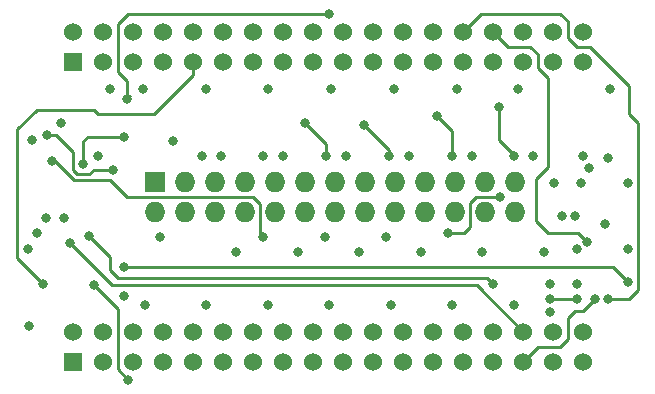
<source format=gbr>
G04 #@! TF.FileFunction,Copper,L4,Bot,Signal*
%FSLAX46Y46*%
G04 Gerber Fmt 4.6, Leading zero omitted, Abs format (unit mm)*
G04 Created by KiCad (PCBNEW 4.0.2+dfsg1-stable) date Thu 26 Jul 2018 23:23:47 BST*
%MOMM*%
G01*
G04 APERTURE LIST*
%ADD10C,0.100000*%
%ADD11C,1.524000*%
%ADD12R,1.524000X1.524000*%
%ADD13R,1.727200X1.727200*%
%ADD14O,1.727200X1.727200*%
%ADD15C,0.800000*%
%ADD16C,0.254000*%
G04 APERTURE END LIST*
D10*
D11*
X170091100Y-116433600D03*
X170091100Y-118973600D03*
X167551100Y-116433600D03*
X167551100Y-118973600D03*
X165011100Y-116433600D03*
X165011100Y-118973600D03*
X162471100Y-116433600D03*
X162471100Y-118973600D03*
X159931100Y-116433600D03*
X159931100Y-118973600D03*
X157391100Y-116433600D03*
X157391100Y-118973600D03*
X154851100Y-116433600D03*
X154851100Y-118973600D03*
X152311100Y-116433600D03*
X152311100Y-118973600D03*
X149771100Y-116433600D03*
X149771100Y-118973600D03*
X147231100Y-116433600D03*
X147231100Y-118973600D03*
X144691100Y-116433600D03*
X144691100Y-118973600D03*
X142151100Y-116433600D03*
X142151100Y-118973600D03*
X139611100Y-116433600D03*
X139611100Y-118973600D03*
X137071100Y-116433600D03*
X137071100Y-118973600D03*
X134531100Y-116433600D03*
X134531100Y-118973600D03*
X131991100Y-116433600D03*
X131991100Y-118973600D03*
X129451100Y-116433600D03*
X129451100Y-118973600D03*
X126911100Y-116433600D03*
D12*
X126911100Y-118973600D03*
D11*
X170091100Y-91033600D03*
X170091100Y-93573600D03*
X167551100Y-91033600D03*
X167551100Y-93573600D03*
X165011100Y-91033600D03*
X165011100Y-93573600D03*
X162471100Y-91033600D03*
X162471100Y-93573600D03*
X159931100Y-91033600D03*
X159931100Y-93573600D03*
X157391100Y-91033600D03*
X157391100Y-93573600D03*
X154851100Y-91033600D03*
X154851100Y-93573600D03*
X152311100Y-91033600D03*
X152311100Y-93573600D03*
X149771100Y-91033600D03*
X149771100Y-93573600D03*
X147231100Y-91033600D03*
X147231100Y-93573600D03*
X144691100Y-91033600D03*
X144691100Y-93573600D03*
X142151100Y-91033600D03*
X142151100Y-93573600D03*
X139611100Y-91033600D03*
X139611100Y-93573600D03*
X137071100Y-91033600D03*
X137071100Y-93573600D03*
X134531100Y-91033600D03*
X134531100Y-93573600D03*
X131991100Y-91033600D03*
X131991100Y-93573600D03*
X129451100Y-91033600D03*
X129451100Y-93573600D03*
X126911100Y-91033600D03*
D12*
X126911100Y-93573600D03*
D13*
X133858000Y-103759000D03*
D14*
X133858000Y-106299000D03*
X136398000Y-103759000D03*
X136398000Y-106299000D03*
X138938000Y-103759000D03*
X138938000Y-106299000D03*
X141478000Y-103759000D03*
X141478000Y-106299000D03*
X144018000Y-103759000D03*
X144018000Y-106299000D03*
X146558000Y-103759000D03*
X146558000Y-106299000D03*
X149098000Y-103759000D03*
X149098000Y-106299000D03*
X151638000Y-103759000D03*
X151638000Y-106299000D03*
X154178000Y-103759000D03*
X154178000Y-106299000D03*
X156718000Y-103759000D03*
X156718000Y-106299000D03*
X159258000Y-103759000D03*
X159258000Y-106299000D03*
X161798000Y-103759000D03*
X161798000Y-106299000D03*
X164338000Y-103759000D03*
X164338000Y-106299000D03*
D15*
X167259000Y-114808000D03*
X131191000Y-113411000D03*
X129032000Y-101600000D03*
X166751000Y-109728000D03*
X173863000Y-103886000D03*
X170053000Y-101600000D03*
X145923000Y-109728000D03*
X140716000Y-109728000D03*
X160655000Y-101600000D03*
X151130000Y-109728000D03*
X156337000Y-109728000D03*
X161544000Y-109728000D03*
X135382000Y-100330000D03*
X123444000Y-100203000D03*
X165862000Y-101600000D03*
X155321000Y-101600000D03*
X149987000Y-101600000D03*
X144653000Y-101600000D03*
X139446000Y-101600000D03*
X123190000Y-115951000D03*
X134239000Y-108458000D03*
X167259000Y-112395000D03*
X124587000Y-106807000D03*
X168275000Y-106680000D03*
X170561000Y-102616000D03*
X172339000Y-95885000D03*
X130048000Y-95885000D03*
X164592000Y-95885000D03*
X159385000Y-95885000D03*
X154051000Y-95885000D03*
X148717000Y-95885000D03*
X143383000Y-95885000D03*
X138176000Y-95885000D03*
X132842000Y-95885000D03*
X132969000Y-114173000D03*
X138176000Y-114173000D03*
X143383000Y-114173000D03*
X148590000Y-114173000D03*
X153797000Y-114173000D03*
X159004000Y-114173000D03*
X164211000Y-114173000D03*
X124333000Y-112395000D03*
X173863000Y-112268000D03*
X131191000Y-110998000D03*
X172212000Y-113665000D03*
X170434000Y-108839000D03*
X169545000Y-109474000D03*
X173863000Y-109474000D03*
X148590000Y-89535000D03*
X131445000Y-96774000D03*
X123063000Y-109474000D03*
X169545000Y-113665000D03*
X167259000Y-113665000D03*
X128651000Y-112522000D03*
X131572000Y-120523000D03*
X169545000Y-112395000D03*
X126619000Y-108966000D03*
X171069000Y-113665000D03*
X162433000Y-112395000D03*
X128270000Y-108331000D03*
X127762000Y-102235000D03*
X131191000Y-99949000D03*
X137795000Y-101600000D03*
X125857000Y-98806000D03*
X167640000Y-103886000D03*
X143002000Y-101600000D03*
X169418000Y-106680000D03*
X148336000Y-101600000D03*
X146558000Y-98806000D03*
X153670000Y-101600000D03*
X169926000Y-103886000D03*
X151511000Y-98933000D03*
X159004000Y-101600000D03*
X171958000Y-107315000D03*
X157734000Y-98171000D03*
X172212000Y-101727000D03*
X162941000Y-97409000D03*
X164211000Y-101600000D03*
X163068000Y-105029000D03*
X158623000Y-108077000D03*
X153416000Y-108458000D03*
X123825000Y-108077000D03*
X148209000Y-108458000D03*
X126111000Y-106807000D03*
X125095000Y-101981000D03*
X143002000Y-108458000D03*
X124714000Y-99822000D03*
X130302000Y-102743000D03*
D16*
X137071100Y-93573600D02*
X137071100Y-94703900D01*
X122174000Y-110236000D02*
X124333000Y-112395000D01*
X122174000Y-99314000D02*
X122174000Y-110236000D01*
X123825000Y-97663000D02*
X122174000Y-99314000D01*
X128651000Y-97663000D02*
X123825000Y-97663000D01*
X129032000Y-98044000D02*
X128651000Y-97663000D01*
X133731000Y-98044000D02*
X129032000Y-98044000D01*
X137071100Y-94703900D02*
X133731000Y-98044000D01*
X147231100Y-91033600D02*
X147231100Y-90589100D01*
X173863000Y-112268000D02*
X172593000Y-110998000D01*
X172593000Y-110998000D02*
X131191000Y-110998000D01*
X168148000Y-89535000D02*
X161417000Y-89535000D01*
X161417000Y-89535000D02*
X159931100Y-91033600D01*
X168783000Y-90170000D02*
X168148000Y-89535000D01*
X173990000Y-95631000D02*
X170688000Y-92329000D01*
X170688000Y-92329000D02*
X169545000Y-92329000D01*
X169545000Y-92329000D02*
X168783000Y-91567000D01*
X168783000Y-91567000D02*
X168783000Y-90170000D01*
X174752000Y-103378000D02*
X174752000Y-98806000D01*
X173990000Y-113665000D02*
X174752000Y-112903000D01*
X174752000Y-112903000D02*
X174752000Y-103378000D01*
X172212000Y-113665000D02*
X173990000Y-113665000D01*
X174752000Y-98806000D02*
X173990000Y-98044000D01*
X173990000Y-98044000D02*
X173990000Y-95631000D01*
X170434000Y-108839000D02*
X169672000Y-108077000D01*
X163766500Y-92329000D02*
X162471100Y-91033600D01*
X165608000Y-92329000D02*
X163766500Y-92329000D01*
X166243000Y-92964000D02*
X165608000Y-92329000D01*
X166243000Y-94107000D02*
X166243000Y-92964000D01*
X167132000Y-94996000D02*
X166243000Y-94107000D01*
X167132000Y-102489000D02*
X167132000Y-94996000D01*
X166116000Y-103505000D02*
X167132000Y-102489000D01*
X166116000Y-107061000D02*
X166116000Y-103505000D01*
X167132000Y-108077000D02*
X166116000Y-107061000D01*
X169672000Y-108077000D02*
X167132000Y-108077000D01*
X131445000Y-95250000D02*
X130683000Y-94488000D01*
X130683000Y-94488000D02*
X130683000Y-90424000D01*
X131572000Y-89535000D02*
X130683000Y-90424000D01*
X131445000Y-95250000D02*
X131445000Y-96774000D01*
X131572000Y-89535000D02*
X148590000Y-89535000D01*
X131699000Y-96520000D02*
X131445000Y-96774000D01*
X169545000Y-113665000D02*
X167259000Y-113665000D01*
X128651000Y-112522000D02*
X130683000Y-114554000D01*
X130683000Y-114554000D02*
X130683000Y-119634000D01*
X130683000Y-119634000D02*
X131572000Y-120523000D01*
X161099500Y-112522000D02*
X165011100Y-116433600D01*
X130175000Y-112522000D02*
X161099500Y-112522000D01*
X126619000Y-108966000D02*
X130175000Y-112522000D01*
X171069000Y-113665000D02*
X170053000Y-114681000D01*
X170053000Y-114681000D02*
X169418000Y-114681000D01*
X169418000Y-114681000D02*
X168783000Y-115316000D01*
X168783000Y-115316000D02*
X168783000Y-117094000D01*
X168783000Y-117094000D02*
X168148000Y-117729000D01*
X168148000Y-117729000D02*
X166255700Y-117729000D01*
X166255700Y-117729000D02*
X165011100Y-118973600D01*
X161925000Y-111887000D02*
X162433000Y-112395000D01*
X130683000Y-111887000D02*
X161925000Y-111887000D01*
X130048000Y-111252000D02*
X130683000Y-111887000D01*
X130048000Y-110109000D02*
X130048000Y-111252000D01*
X128270000Y-108331000D02*
X130048000Y-110109000D01*
X127762000Y-102235000D02*
X127762000Y-100330000D01*
X127762000Y-100330000D02*
X128143000Y-99949000D01*
X128143000Y-99949000D02*
X131191000Y-99949000D01*
X148336000Y-100584000D02*
X148336000Y-101600000D01*
X146558000Y-98806000D02*
X148336000Y-100584000D01*
X153670000Y-101092000D02*
X153670000Y-101600000D01*
X151511000Y-98933000D02*
X153670000Y-101092000D01*
X159004000Y-101600000D02*
X159004000Y-99441000D01*
X159004000Y-99441000D02*
X157734000Y-98171000D01*
X164211000Y-101473000D02*
X162941000Y-100203000D01*
X162941000Y-100203000D02*
X162941000Y-97409000D01*
X163068000Y-105029000D02*
X161036000Y-105029000D01*
X161036000Y-105029000D02*
X160528000Y-105537000D01*
X160528000Y-105537000D02*
X160528000Y-107569000D01*
X160528000Y-107569000D02*
X160020000Y-108077000D01*
X160020000Y-108077000D02*
X158623000Y-108077000D01*
X125349000Y-101981000D02*
X125095000Y-101981000D01*
X127000000Y-103632000D02*
X125349000Y-101981000D01*
X130048000Y-103632000D02*
X127000000Y-103632000D01*
X131445000Y-105029000D02*
X130048000Y-103632000D01*
X142113000Y-105029000D02*
X131445000Y-105029000D01*
X142748000Y-105664000D02*
X142113000Y-105029000D01*
X142748000Y-108204000D02*
X142748000Y-105664000D01*
X143002000Y-108458000D02*
X142748000Y-108204000D01*
X125476000Y-99822000D02*
X124714000Y-99822000D01*
X126873000Y-101219000D02*
X125476000Y-99822000D01*
X126873000Y-102743000D02*
X126873000Y-101219000D01*
X127254000Y-103124000D02*
X126873000Y-102743000D01*
X128270000Y-103124000D02*
X127254000Y-103124000D01*
X128651000Y-102743000D02*
X128270000Y-103124000D01*
X130302000Y-102743000D02*
X128651000Y-102743000D01*
M02*

</source>
